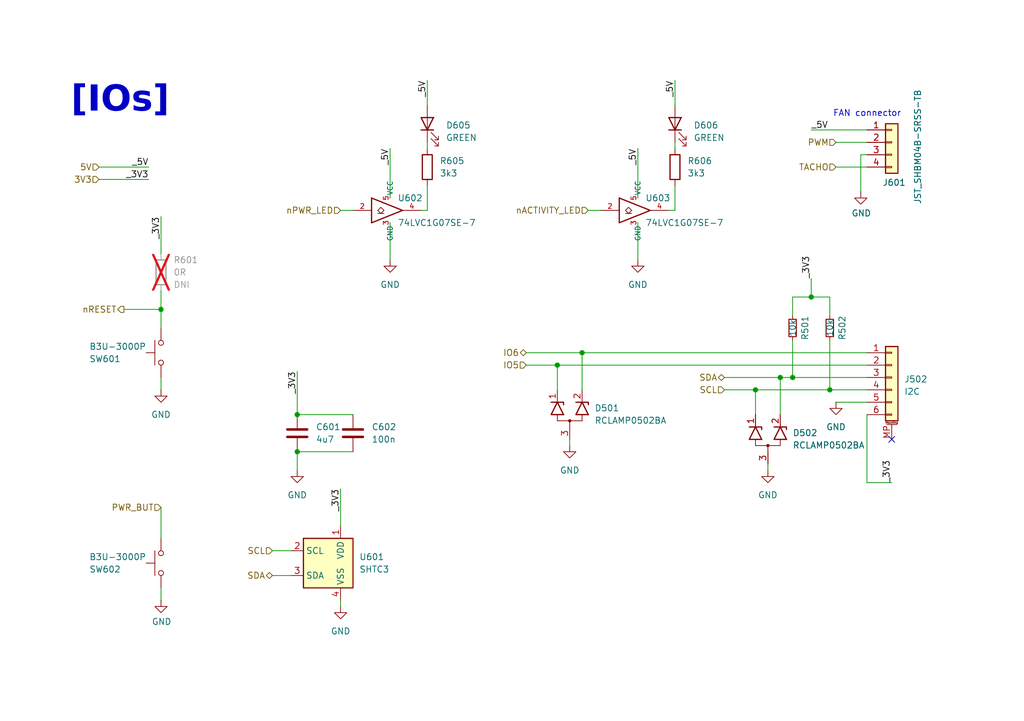
<source format=kicad_sch>
(kicad_sch (version 20231120) (generator "eeschema") (generator_version "8.0")
  (paper "A5")
  (title_block (title "CM5 MINIMA") (date "2024-12-17") (rev "1") (company "Pierluigi Colangeli"))
  (lib_symbols
    (symbol "74LVC1G07_copy_1"
      (property "Reference" "U1" (at 1.524 2.54 0))
      (property "Value" "74LVC1G07SE-7" (at 1.524 -2.54 0))
      (symbol "74LVC1G07_copy_1_0_1"
        (polyline (pts (xy -2.54 -0.635) (xy -1.27 -0.635)))
        (polyline (pts (xy -3.81 2.54) (xy -3.81 -2.54) (xy 2.54 0) (xy -3.81 2.54)) (stroke (width 0.254)))
        (polyline (pts (xy -1.905 0.635) (xy -2.54 0) (xy -1.905 -0.635) (xy -1.27 0) (xy -1.905 0.635)))
      )
      (symbol "74LVC1G07_copy_1_1_1"
        (pin no_connect line (at -5.08 5.08 0) (length 2.54) hide (name "1") (number "1"))
        (pin input line (at -7.62 0 0) (length 3.81) (name "~") (number "2"))
        (pin power_in line (at 0 -2.54 270) (length 0) (name "GND") (number "3"))
        (pin open_collector line (at 6.35 0 180) (length 3.81) (name "~") (number "4"))
        (pin power_in line (at 0 2.54 90) (length 0) (name "VCC") (number "5"))
      )
    )
    (symbol "Connector_Generic:Conn_01x04" (pin_names (offset 1.016) hide)
      (property "Reference" "J" (at 0 5.08 0))
      (property "Value" "Conn_01x04" (at 0 -7.62 0))
      (symbol "Conn_01x04_1_1"
        (rectangle (start -1.27 -4.953) (end 0 -5.207) (stroke (width 0.1524)))
        (rectangle (start -1.27 -2.413) (end 0 -2.667) (stroke (width 0.1524)))
        (rectangle (start -1.27 0.127) (end 0 -0.127) (stroke (width 0.1524)))
        (rectangle (start -1.27 2.667) (end 0 2.413) (stroke (width 0.1524)))
        (rectangle (start -1.27 3.81) (end 1.27 -6.35) (stroke (width 0.254)) (fill (type background)))
        (pin passive line (at -5.08 2.54 0) (length 3.81) (name "Pin_1") (number "1"))
        (pin passive line (at -5.08 0 0) (length 3.81) (name "Pin_2") (number "2"))
        (pin passive line (at -5.08 -2.54 0) (length 3.81) (name "Pin_3") (number "3"))
        (pin passive line (at -5.08 -5.08 0) (length 3.81) (name "Pin_4") (number "4"))
      )
    )
    (symbol "Connector_Generic_MountingPin:Conn_01x06_MountingPin" (pin_names (offset 1.016) hide)
      (property "Reference" "J" (at 0 7.62 0))
      (property "Value" "Conn_01x06_MountingPin" (at 1.27 -10.16 0))
      (symbol "Conn_01x06_MountingPin_1_1"
        (rectangle (start -1.27 -7.493) (end 0 -7.747) (stroke (width 0.1524)))
        (rectangle (start -1.27 -4.953) (end 0 -5.207) (stroke (width 0.1524)))
        (rectangle (start -1.27 -2.413) (end 0 -2.667) (stroke (width 0.1524)))
        (rectangle (start -1.27 0.127) (end 0 -0.127) (stroke (width 0.1524)))
        (rectangle (start -1.27 2.667) (end 0 2.413) (stroke (width 0.1524)))
        (rectangle (start -1.27 5.207) (end 0 4.953) (stroke (width 0.1524)))
        (rectangle (start -1.27 6.35) (end 1.27 -8.89) (stroke (width 0.254)) (fill (type background)))
        (polyline (pts (xy -1.016 -9.652) (xy 1.016 -9.652)) (stroke (width 0.1524)))
        (text "Mounting" (at 0 -9.271 0) (effects (font (size 0.381 0.381))))
        (pin passive line (at -5.08 5.08 0) (length 3.81) (name "Pin_1") (number "1"))
        (pin passive line (at -5.08 2.54 0) (length 3.81) (name "Pin_2") (number "2"))
        (pin passive line (at -5.08 0 0) (length 3.81) (name "Pin_3") (number "3"))
        (pin passive line (at -5.08 -2.54 0) (length 3.81) (name "Pin_4") (number "4"))
        (pin passive line (at -5.08 -5.08 0) (length 3.81) (name "Pin_5") (number "5"))
        (pin passive line (at -5.08 -7.62 0) (length 3.81) (name "Pin_6") (number "6"))
        (pin passive line (at 0 -12.7 90) (length 3.048) (name "MountPin") (number "MP"))
      )
    )
    (symbol "Device:C" (pin_numbers hide) (pin_names (offset 0.254))
      (property "Reference" "C" (at 0.635 2.54 0))
      (property "Value" "C" (at 0.635 -2.54 0))
      (symbol "C_0_1"
        (polyline (pts (xy -2.032 -0.762) (xy 2.032 -0.762)) (stroke (width 0.508)))
        (polyline (pts (xy -2.032 0.762) (xy 2.032 0.762)) (stroke (width 0.508)))
      )
      (symbol "C_1_1"
        (pin passive line (at 0 3.81 270) (length 2.794) (name "~") (number "1"))
        (pin passive line (at 0 -3.81 90) (length 2.794) (name "~") (number "2"))
      )
    )
    (symbol "Device:LED" (pin_numbers hide) (pin_names (offset 1.016) hide)
      (property "Reference" "D" (at 0 2.54 0))
      (property "Value" "LED" (at 0 -2.54 0))
      (symbol "LED_0_1"
        (polyline (pts (xy -1.27 -1.27) (xy -1.27 1.27)) (stroke (width 0.254)))
        (polyline (pts (xy -1.27 0) (xy 1.27 0)))
        (polyline (pts (xy 1.27 -1.27) (xy 1.27 1.27) (xy -1.27 0) (xy 1.27 -1.27)) (stroke (width 0.254)))
        (polyline (pts (xy -3.048 -0.762) (xy -4.572 -2.286) (xy -3.81 -2.286) (xy -4.572 -2.286) (xy -4.572 -1.524)))
        (polyline (pts (xy -1.778 -0.762) (xy -3.302 -2.286) (xy -2.54 -2.286) (xy -3.302 -2.286) (xy -3.302 -1.524)))
      )
      (symbol "LED_1_1"
        (pin passive line (at -3.81 0 0) (length 2.54) (name "K") (number "1"))
        (pin passive line (at 3.81 0 180) (length 2.54) (name "A") (number "2"))
      )
    )
    (symbol "Device:R" (pin_numbers hide) (pin_names (offset 0))
      (property "Reference" "R" (at 2.032 0 90))
      (property "Value" "R" (at 0 0 90))
      (symbol "R_0_1"
        (rectangle (start -1.016 -2.54) (end 1.016 2.54) (stroke (width 0.254)))
      )
      (symbol "R_1_1"
        (pin passive line (at 0 3.81 270) (length 1.27) (name "~") (number "1"))
        (pin passive line (at 0 -3.81 90) (length 1.27) (name "~") (number "2"))
      )
    )
    (symbol "Device:R_Small" (pin_numbers hide) (pin_names (offset 0.254) hide)
      (property "Reference" "R" (at 0.762 0.508 0))
      (property "Value" "R_Small" (at 0.762 -1.016 0))
      (symbol "R_Small_0_1"
        (rectangle (start -0.762 1.778) (end 0.762 -1.778) (stroke (width 0.2032)))
      )
      (symbol "R_Small_1_1"
        (pin passive line (at 0 2.54 270) (length 0.762) (name "~") (number "1"))
        (pin passive line (at 0 -2.54 90) (length 0.762) (name "~") (number "2"))
      )
    )
    (symbol "Power_Protection:RCLAMP0502BA" (pin_names hide)
      (property "Reference" "D" (at 0 5.08 0))
      (property "Value" "RCLAMP0502BA" (at 0 -5.08 0))
      (symbol "RCLAMP0502BA_0_1"
        (polyline (pts (xy -2.54 0) (xy -1.27 0)))
        (polyline (pts (xy -1.27 2.54) (xy -1.27 -2.54)))
        (polyline (pts (xy 0 2.54) (xy -1.27 2.54)) (stroke (width 0.1524)))
        (polyline (pts (xy 2.54 3.81) (xy 2.54 1.27) (xy 2.032 1.27)) (stroke (width 0.254)))
        (polyline (pts (xy 0 1.27) (xy 0 3.81) (xy 2.54 2.54) (xy 0 1.27)) (stroke (width 0.254)))
        (pin passive line (at -5.08 0 0) (length 2.54) (name "A") (number "3"))
      )
      (symbol "RCLAMP0502BA_1_1"
        (circle (center -1.27 0) (radius 0.254) (fill (type outline)))
        (polyline (pts (xy 0 -2.54) (xy -1.27 -2.54)) (stroke (width 0.1524)))
        (polyline (pts (xy 2.54 -1.27) (xy 2.54 -3.81) (xy 2.032 -3.81)) (stroke (width 0.254)))
        (polyline (pts (xy 0 -3.81) (xy 0 -1.27) (xy 2.54 -2.54) (xy 0 -3.81)) (stroke (width 0.254)))
        (pin passive line (at 5.08 2.54 180) (length 2.54) (name "K1") (number "1"))
        (pin passive line (at 5.08 -2.54 180) (length 2.54) (name "K2") (number "2"))
      )
    )
    (symbol "Sensor_Humidity:SHTC3"
      (property "Reference" "U" (at -3.81 6.35 0))
      (property "Value" "SHTC3" (at -2.54 -6.35 0))
      (symbol "SHTC3_1_1"
        (rectangle (start -5.08 5.08) (end 5.08 -5.08) (stroke (width 0.254)) (fill (type background)))
        (pin power_in line (at 2.54 7.62 270) (length 2.54) (name "VDD") (number "1"))
        (pin input line (at -7.62 2.54 0) (length 2.54) (name "SCL") (number "2"))
        (pin bidirectional line (at -7.62 -2.54 0) (length 2.54) (name "SDA") (number "3"))
        (pin power_in line (at 2.54 -7.62 90) (length 2.54) (name "VSS") (number "4"))
        (pin no_connect line (at 5.08 0 180) (length 2.54) hide (name "NC") (number "5"))
      )
    )
    (symbol "Switch:SW_Push" (pin_numbers hide) (pin_names (offset 1.016) hide)
      (property "Reference" "SW" (at 1.27 2.54 0))
      (property "Value" "SW_Push" (at 0 -1.524 0))
      (symbol "SW_Push_0_1"
        (circle (center -2.032 0) (radius 0.508))
        (polyline (pts (xy 0 1.27) (xy 0 3.048)))
        (polyline (pts (xy 2.54 1.27) (xy -2.54 1.27)))
        (circle (center 2.032 0) (radius 0.508))
        (pin passive line (at -5.08 0 0) (length 2.54) (name "1") (number "1"))
        (pin passive line (at 5.08 0 180) (length 2.54) (name "2") (number "2"))
      )
    )
    (symbol "power:GND" (power) (pin_numbers hide) (pin_names (offset 0) hide)
      (property "Value" "GND" (at 0 -3.81 0))
      (symbol "GND_0_1"
        (polyline (pts (xy 0 0) (xy 0 -1.27) (xy 1.27 -1.27) (xy 0 -2.54) (xy -1.27 -1.27) (xy 0 -1.27)))
      )
      (symbol "GND_1_1"
        (pin power_in line (at 0 0 270) (length 0) (name "~") (number "1"))
      )
    )
  )
  (junction (at 60.96 85.09))
  (junction (at 114.3 74.93))
  (junction (at 162.56 77.47))
  (junction (at 160.02 77.47))
  (junction (at 170.18 80.01))
  (junction (at 154.94 80.01))
  (junction (at 60.96 92.71))
  (junction (at 166.37 60.96))
  (junction (at 119.38 72.39))
  (junction (at 33.02 63.5))
  (no_connect (at 182.88 90.17))
  (wire (pts (xy 138.43 43.18) (xy 137.16 43.18)))
  (wire (pts (xy 33.02 104.14) (xy 33.02 110.49)))
  (wire (pts (xy 114.3 74.93) (xy 114.3 80.01)))
  (wire (pts (xy 20.32 36.83) (xy 30.48 36.83)))
  (wire (pts (xy 69.85 43.18) (xy 72.39 43.18)))
  (wire (pts (xy 107.95 72.39) (xy 119.38 72.39)))
  (wire (pts (xy 55.88 113.03) (xy 59.69 113.03)))
  (wire (pts (xy 69.85 124.46) (xy 69.85 123.19)))
  (wire (pts (xy 25.4 63.5) (xy 33.02 63.5)))
  (wire (pts (xy 171.45 34.29) (xy 177.8 34.29)))
  (wire (pts (xy 87.63 29.21) (xy 87.63 30.48)))
  (wire (pts (xy 138.43 38.1) (xy 138.43 43.18)))
  (wire (pts (xy 157.48 96.52) (xy 157.48 95.25)))
  (wire (pts (xy 177.8 74.93) (xy 114.3 74.93)))
  (wire (pts (xy 160.02 77.47) (xy 148.59 77.47)))
  (wire (pts (xy 160.02 77.47) (xy 160.02 85.09)))
  (wire (pts (xy 130.81 45.72) (xy 130.81 53.34)))
  (wire (pts (xy 166.37 26.67) (xy 177.8 26.67)))
  (wire (pts (xy 162.56 60.96) (xy 166.37 60.96)))
  (wire (pts (xy 80.01 40.64) (xy 80.01 30.48)))
  (wire (pts (xy 116.84 91.44) (xy 116.84 90.17)))
  (wire (pts (xy 33.02 59.69) (xy 33.02 63.5)))
  (wire (pts (xy 160.02 77.47) (xy 162.56 77.47)))
  (wire (pts (xy 33.02 77.47) (xy 33.02 80.01)))
  (wire (pts (xy 177.8 72.39) (xy 119.38 72.39)))
  (wire (pts (xy 170.18 69.85) (xy 170.18 80.01)))
  (wire (pts (xy 87.63 43.18) (xy 86.36 43.18)))
  (wire (pts (xy 20.32 34.29) (xy 30.48 34.29)))
  (wire (pts (xy 33.02 63.5) (xy 33.02 67.31)))
  (wire (pts (xy 120.65 43.18) (xy 123.19 43.18)))
  (wire (pts (xy 33.02 52.07) (xy 33.02 44.45)))
  (wire (pts (xy 154.94 80.01) (xy 170.18 80.01)))
  (wire (pts (xy 166.37 60.96) (xy 170.18 60.96)))
  (wire (pts (xy 162.56 60.96) (xy 162.56 64.77)))
  (wire (pts (xy 170.18 80.01) (xy 177.8 80.01)))
  (wire (pts (xy 177.8 99.06) (xy 182.88 99.06)))
  (wire (pts (xy 55.88 118.11) (xy 59.69 118.11)))
  (wire (pts (xy 33.02 120.65) (xy 33.02 123.19)))
  (wire (pts (xy 162.56 69.85) (xy 162.56 77.47)))
  (wire (pts (xy 60.96 92.71) (xy 72.39 92.71)))
  (wire (pts (xy 166.37 57.15) (xy 166.37 60.96)))
  (wire (pts (xy 138.43 21.59) (xy 138.43 16.51)))
  (wire (pts (xy 177.8 99.06) (xy 177.8 85.09)))
  (wire (pts (xy 171.45 29.21) (xy 177.8 29.21)))
  (wire (pts (xy 60.96 76.2) (xy 60.96 85.09)))
  (wire (pts (xy 154.94 80.01) (xy 148.59 80.01)))
  (wire (pts (xy 176.53 31.75) (xy 176.53 39.37)))
  (wire (pts (xy 170.18 60.96) (xy 170.18 64.77)))
  (wire (pts (xy 162.56 77.47) (xy 177.8 77.47)))
  (wire (pts (xy 80.01 45.72) (xy 80.01 53.34)))
  (wire (pts (xy 60.96 92.71) (xy 60.96 96.52)))
  (wire (pts (xy 87.63 38.1) (xy 87.63 43.18)))
  (wire (pts (xy 177.8 31.75) (xy 176.53 31.75)))
  (wire (pts (xy 171.45 82.55) (xy 177.8 82.55)))
  (wire (pts (xy 154.94 80.01) (xy 154.94 85.09)))
  (wire (pts (xy 119.38 72.39) (xy 119.38 80.01)))
  (wire (pts (xy 107.95 74.93) (xy 114.3 74.93)))
  (wire (pts (xy 69.85 100.33) (xy 69.85 107.95)))
  (wire (pts (xy 60.96 85.09) (xy 72.39 85.09)))
  (wire (pts (xy 87.63 21.59) (xy 87.63 16.51)))
  (wire (pts (xy 130.81 40.64) (xy 130.81 30.48)))
  (wire (pts (xy 138.43 29.21) (xy 138.43 30.48)))
  (text "[IOs]" (at 24.638 22.098 0) (effects (font (size 5.27 5.27) (bold yes))))
  (text "FAN connector\n" (at 170.815 24.13 0) (effects (font (size 1.27 1.27)) (justify left bottom)))
  (label "_5V" (at 87.63 16.51 270))
  (label "_3V3" (at 30.48 36.83 180))
  (label "_3V3" (at 182.88 99.06 90))
  (label "_5V" (at 130.81 30.48 270))
  (label "_3V3" (at 60.96 76.2 270))
  (label "_5V" (at 166.37 26.67 0))
  (label "_3V3" (at 69.85 100.33 270))
  (label "_3V3" (at 166.37 57.15 90))
  (label "_5V" (at 80.01 30.48 270))
  (label "_5V" (at 30.48 34.29 180))
  (label "_5V" (at 138.43 16.51 270))
  (label "_3V3" (at 33.02 44.45 270))
  (hierarchical_label "TACHO" (shape input) (at 171.45 34.29 180))
  (hierarchical_label "PWM" (shape input) (at 171.45 29.21 180))
  (hierarchical_label "IO6" (shape bidirectional) (at 107.95 72.39 180))
  (hierarchical_label "IO5" (shape input) (at 107.95 74.93 180))
  (hierarchical_label "5V" (shape input) (at 20.32 34.29 180))
  (hierarchical_label "nPWR_LED" (shape input) (at 69.85 43.18 180))
  (hierarchical_label "SDA" (shape bidirectional) (at 148.59 77.47 180))
  (hierarchical_label "nACTIVITY_LED" (shape input) (at 120.65 43.18 180))
  (hierarchical_label "nRESET" (shape output) (at 25.4 63.5 180))
  (hierarchical_label "SCL" (shape input) (at 148.59 80.01 180))
  (hierarchical_label "3V3" (shape input) (at 20.32 36.83 180))
  (hierarchical_label "SCL" (shape input) (at 55.88 113.03 180))
  (hierarchical_label "PWR_BUT" (shape input) (at 33.02 104.14 180))
  (hierarchical_label "SDA" (shape bidirectional) (at 55.88 118.11 180))
  (symbol (lib_id "power:GND") (at 33.02 123.19 0) (unit 1)
    (property "Reference" "#PWR0606" (effects (hide yes)))
    (property "Value" "GND" (at 33.147 127.5842 0))
    (property "Description" "Power symbol creates a global label with name \"GND\" , ground" (effects (hide yes)))
  )
  (symbol (lib_id "power:GND") (at 130.81 53.34 0) (unit 1)
    (property "Reference" "#PWR0608" (effects (hide yes)))
    (property "Value" "GND" (at 130.81 58.42 0))
    (property "Description" "Power symbol creates a global label with name \"GND\" , ground" (effects (hide yes)))
  )
  (symbol (lib_id "power:GND") (at 33.02 80.01 0) (unit 1)
    (property "Reference" "#PWR0601" (effects (hide yes)))
    (property "Value" "GND" (at 33.02 85.09 0))
    (property "Description" "Power symbol creates a global label with name \"GND\" , ground" (effects (hide yes)))
  )
  (symbol (lib_id "Connector_Generic_MountingPin:Conn_01x06_MountingPin") (at 182.88 77.47 0) (unit 1)
    (property "Reference" "J502" (at 185.42 77.8256 0) (effects (justify left)))
    (property "Value" "I2C" (at 185.42 80.3656 0) (effects (justify left)))
    (property "Footprint" "Connector_JST:JST_GH_BM06B-GHS-TBT_1x06-1MP_P1.25mm_Vertical" (effects (hide yes)))
  )
  (symbol (lib_id "Device:R_Small") (at 162.56 67.31 0) (unit 1)
    (property "Reference" "R501" (at 165.1 67.31 90))
    (property "Value" "10k" (at 162.56 67.31 90))
    (property "Footprint" "Resistor_SMD:R_0402_1005Metric" (effects (hide yes)))
  )
  (symbol (lib_id "Device:C") (at 60.96 88.9 0) (unit 1)
    (property "Reference" "C601" (at 64.77 87.63 0) (effects (justify left)))
    (property "Value" "4u7" (at 64.77 90.17 0) (effects (justify left)))
    (property "Footprint" "Capacitor_SMD:C_0805_2012Metric" (effects (hide yes)))
    (property "P/N" "C0805C475M3PAC" (effects (hide yes)))
    (property "Package" "0805" (effects (hide yes)))
    (property "VAux" "25V" (effects (hide yes)))
    (property "Part Description" "4.7uF 10% 10V Ceramic Capacitor X7R 0805 (2012 Metric)" (effects (hide yes)))
  )
  (symbol (lib_id "Device:R_Small") (at 170.18 67.31 0) (unit 1)
    (property "Reference" "R502" (at 172.72 67.31 90))
    (property "Value" "10k" (at 170.18 67.31 90))
    (property "Footprint" "Resistor_SMD:R_0402_1005Metric" (effects (hide yes)))
  )
  (symbol (lib_id "power:GND") (at 176.53 39.37 0) (unit 1)
    (property "Reference" "#PWR0610" (effects (hide yes)))
    (property "Value" "GND" (at 176.657 43.7642 0))
    (property "Description" "Power symbol creates a global label with name \"GND\" , ground" (effects (hide yes)))
  )
  (symbol (lib_id "Switch:SW_Push") (at 33.02 115.57 90) (mirror x) (unit 1)
    (property "Reference" "SW602" (at 18.288 116.84 90) (effects (justify right)))
    (property "Value" "B3U-3000P" (at 18.288 114.3 90) (effects (justify right)))
    (property "Footprint" "Button_Switch_SMD:SW_SPST_B3U-3100P-B" (effects (hide yes)))
    (property "Description" "Push button switch, generic, two pins" (effects (hide yes)))
  )
  (symbol (lib_id "Device:R") (at 138.43 34.29 0) (unit 1)
    (property "Reference" "R606" (at 140.97 33.02 0) (effects (justify left)))
    (property "Value" "3k3" (at 140.97 35.56 0) (effects (justify left)))
    (property "Footprint" "Resistor_SMD:R_0402_1005Metric" (effects (hide yes)))
    (property "Package" "0402" (effects (hide yes)))
  )
  (symbol (lib_id "power:GND") (at 69.85 124.46 0) (unit 1)
    (property "Reference" "#PWR0604" (effects (hide yes)))
    (property "Value" "GND" (at 69.85 129.54 0))
    (property "Description" "Power symbol creates a global label with name \"GND\" , ground" (effects (hide yes)))
  )
  (symbol (lib_name "74LVC1G07_copy_1") (lib_id "CM4IO:74LVC1G07_copy") (at 130.81 43.18 0) (unit 1)
    (property "Reference" "U603" (at 132.334 40.64 0) (effects (justify left)))
    (property "Value" "74LVC1G07SE-7" (at 132.334 45.72 0) (effects (justify left)))
    (property "Footprint" "Package_TO_SOT_SMD:SOT-353_SC-70-5" (effects (hide yes)))
    (property "Datasheet" "https://www.diodes.com/assets/Datasheets/74LVC1G07.pdf" (effects (hide yes)))
    (property "Part Description" "Buffer, Non-Inverting 1 Element 1 Bit per Element Open Drain Output SOT-353" (effects (hide yes)))
    (property "P/N" "74LVC1G07SE-7" (effects (hide yes)))
  )
  (symbol (lib_id "Power_Protection:RCLAMP0502BA") (at 116.84 85.09 90) (unit 1)
    (property "Reference" "D501" (at 121.92 83.7565 90) (effects (justify right)))
    (property "Value" "RCLAMP0502BA" (at 121.92 86.2965 90) (effects (justify right)))
    (property "Footprint" "Package_TO_SOT_SMD:SOT-416" (effects (hide yes)))
    (property "Datasheet" "https://www.semtech.com/products/circuit-protection/low-capacitance/rclamp0502ba" (effects (hide yes)))
  )
  (symbol (lib_id "power:GND") (at 157.48 96.52 0) (unit 1)
    (property "Reference" "#PWR0511" (effects (hide yes)))
    (property "Value" "GND" (at 157.48 101.6 0))
  )
  (symbol (lib_id "power:GND") (at 60.96 96.52 0) (unit 1)
    (property "Reference" "#PWR0602" (effects (hide yes)))
    (property "Value" "GND" (at 60.96 101.6 0))
    (property "Description" "Power symbol creates a global label with name \"GND\" , ground" (effects (hide yes)))
  )
  (symbol (lib_id "Device:R") (at 33.02 55.88 0) (unit 1) (dnp yes)
    (property "Reference" "R601" (at 35.56 53.34 0) (effects (justify left)))
    (property "Value" "0R" (at 35.56 55.88 0) (effects (justify left)))
    (property "Footprint" "Resistor_SMD:R_0402_1005Metric" (effects (hide yes)))
    (property "Package" "0402" (effects (hide yes)))
    (property "dni" "DNI" (at 35.56 58.42 0) (effects (justify left)))
  )
  (symbol (lib_id "Device:LED") (at 138.43 25.4 90) (unit 1)
    (property "Reference" "D606" (at 142.24 25.7175 90) (effects (justify right)))
    (property "Value" "GREEN" (at 142.24 28.2575 90) (effects (justify right)))
    (property "Footprint" "Samacsys:Led_Wurth_0603_side" (effects (hide yes)))
    (property "Datasheet" "https://www.we-online.com/catalog/datasheet/150060VS75000.pdf" (effects (hide yes)))
    (property "Package" "0603" (effects (hide yes)))
    (property "P/N" "155060VS73200" (effects (hide yes)))
  )
  (symbol (lib_id "power:GND") (at 80.01 53.34 0) (unit 1)
    (property "Reference" "#PWR0607" (effects (hide yes)))
    (property "Value" "GND" (at 80.01 58.42 0))
    (property "Description" "Power symbol creates a global label with name \"GND\" , ground" (effects (hide yes)))
  )
  (symbol (lib_id "Connector_Generic:Conn_01x04") (at 182.88 29.21 0) (unit 1)
    (property "Reference" "J601" (at 180.975 37.465 0) (effects (justify left)))
    (property "Value" "JST_SHBM04B-SRSS-TB" (at 188.214 41.91 90) (effects (justify left)))
    (property "Footprint" "Connector_JST:JST_SH_BM04B-SRSS-TB_1x04-1MP_P1.00mm_Vertical" (effects (hide yes)))
    (property "Field5" "SHBM04B-SRSS-TB" (effects (hide yes)))
    (property "Field6" "SHBM04B-SRSS-TB" (effects (hide yes)))
    (property "Field7" "JST" (effects (hide yes)))
    (property "Part Description" "4 pin vertical 1mm pitch connector" (effects (hide yes)))
  )
  (symbol (lib_id "power:GND") (at 116.84 91.44 0) (unit 1)
    (property "Reference" "#PWR0510" (effects (hide yes)))
    (property "Value" "GND" (at 116.84 96.52 0))
  )
  (symbol (lib_id "Power_Protection:RCLAMP0502BA") (at 157.48 90.17 90) (unit 1)
    (property "Reference" "D502" (at 162.56 88.8365 90) (effects (justify right)))
    (property "Value" "RCLAMP0502BA" (at 162.56 91.3765 90) (effects (justify right)))
    (property "Footprint" "Package_TO_SOT_SMD:SOT-416" (effects (hide yes)))
    (property "Datasheet" "https://www.semtech.com/products/circuit-protection/low-capacitance/rclamp0502ba" (effects (hide yes)))
  )
  (symbol (lib_id "Device:R") (at 87.63 34.29 0) (unit 1)
    (property "Reference" "R605" (at 90.17 33.02 0) (effects (justify left)))
    (property "Value" "3k3" (at 90.17 35.56 0) (effects (justify left)))
    (property "Footprint" "Resistor_SMD:R_0402_1005Metric" (effects (hide yes)))
    (property "Package" "0402" (effects (hide yes)))
  )
  (symbol (lib_name "74LVC1G07_copy_1") (lib_id "CM4IO:74LVC1G07_copy") (at 80.01 43.18 0) (unit 1)
    (property "Reference" "U602" (at 81.534 40.64 0) (effects (justify left)))
    (property "Value" "74LVC1G07SE-7" (at 81.534 45.72 0) (effects (justify left)))
    (property "Footprint" "Package_TO_SOT_SMD:SOT-353_SC-70-5" (effects (hide yes)))
    (property "Datasheet" "https://www.diodes.com/assets/Datasheets/74LVC1G07.pdf" (effects (hide yes)))
    (property "Part Description" "Buffer, Non-Inverting 1 Element 1 Bit per Element Open Drain Output SOT-353" (effects (hide yes)))
    (property "P/N" "74LVC1G07SE-7" (effects (hide yes)))
  )
  (symbol (lib_id "Sensor_Humidity:SHTC3") (at 67.31 115.57 0) (unit 1)
    (property "Reference" "U601" (at 73.66 114.2999 0) (effects (justify left)))
    (property "Value" "SHTC3" (at 73.66 116.8399 0) (effects (justify left)))
    (property "Footprint" "Sensor_Humidity:Sensirion_DFN-4-1EP_2x2mm_P1mm_EP0.7x1.6mm" (effects (hide yes)))
    (property "Datasheet" "https://www.sensirion.com/fileadmin/user_upload/customers/sensirion/Dokumente/0_Datasheets/Humidity/Sensirion_Humidity_Sensors_SHTC3_Datasheet.pdf" (effects (hide yes)))
    (property "Description" "Humidity and Temperature Sensor, ±2%RH, ±0.2°C, I2C, 1.62-3.6V, DFN-4" (effects (hide yes)))
  )
  (symbol (lib_id "Device:C") (at 72.39 88.9 0) (unit 1)
    (property "Reference" "C602" (at 76.2 87.63 0) (effects (justify left)))
    (property "Value" "100n" (at 76.2 90.17 0) (effects (justify left)))
    (property "Footprint" "Capacitor_SMD:C_0402_1005Metric" (effects (hide yes)))
    (property "P/N" "CC0402KRX7R7BB104" (effects (hide yes)))
    (property "Package" "0402" (effects (hide yes)))
    (property "VAux" "16V" (effects (hide yes)))
    (property "Part Description" "0.1uF 10% 16V Ceramic Capacitor X7R 0402 (1005 Metric)" (effects (hide yes)))
  )
  (symbol (lib_id "Switch:SW_Push") (at 33.02 72.39 90) (mirror x) (unit 1)
    (property "Reference" "SW601" (at 18.288 73.66 90) (effects (justify right)))
    (property "Value" "B3U-3000P" (at 18.288 71.12 90) (effects (justify right)))
    (property "Footprint" "Button_Switch_SMD:SW_SPST_B3U-3100P-B" (effects (hide yes)))
    (property "Description" "Push button switch, generic, two pins" (effects (hide yes)))
  )
  (symbol (lib_id "Device:LED") (at 87.63 25.4 90) (unit 1)
    (property "Reference" "D605" (at 91.44 25.7175 90) (effects (justify right)))
    (property "Value" "GREEN" (at 91.44 28.2575 90) (effects (justify right)))
    (property "Footprint" "Samacsys:Led_Wurth_0603_side" (effects (hide yes)))
    (property "Datasheet" "https://www.we-online.com/catalog/datasheet/150060VS75000.pdf" (effects (hide yes)))
    (property "Package" "0603" (effects (hide yes)))
    (property "P/N" "155060VS73200" (effects (hide yes)))
  )
  (symbol (lib_id "power:GND") (at 171.45 82.55 0) (unit 1)
    (property "Reference" "#PWR0513" (effects (hide yes)))
    (property "Value" "GND" (at 171.45 87.63 0))
  )
)
</source>
